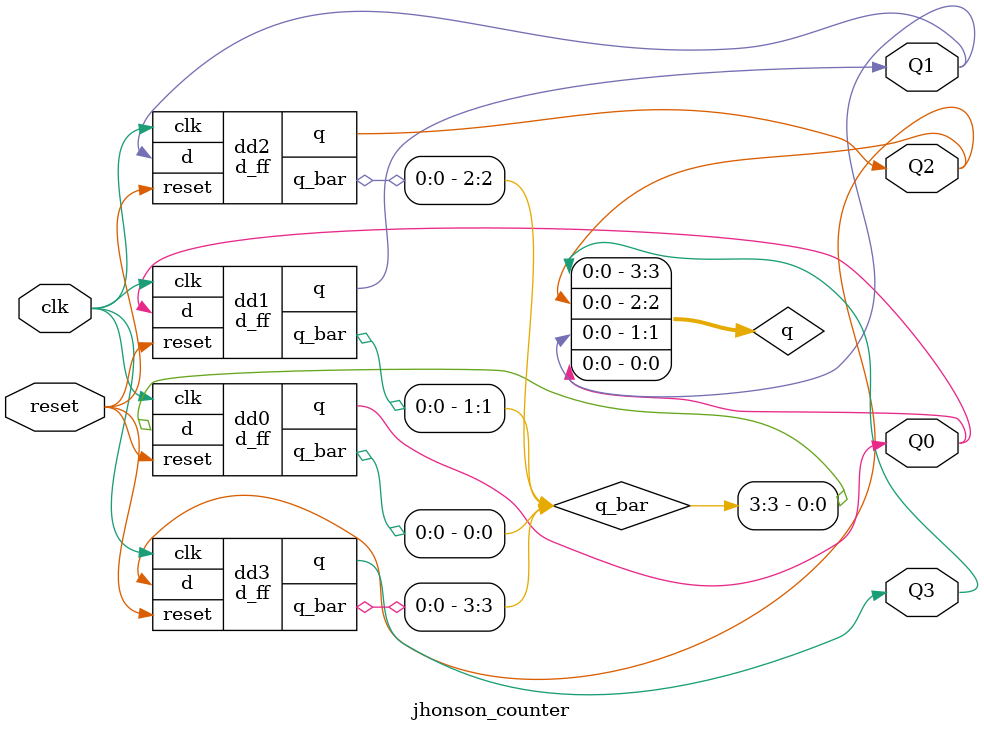
<source format=v>

module d_ff(input clk,reset,d,
            output reg q,
            output q_bar);
  
  assign q_bar = ~q;
  
  always@(posedge clk or posedge reset)
    
    if(reset)
      
      q <= 0;
  else begin
    
    q<=d;
    
  end
endmodule

module  jhonson_counter(input clk,reset,
                        output Q0,
                        output Q1,
                        output Q2,
                        output Q3);
  
  wire [3:0]q;
  wire [3:0]q_bar;
  
  
  
  d_ff dd0(.clk(clk),.reset(reset),.d(q_bar[3]),.q(q[0]),.q_bar(q_bar[0]));
  d_ff dd1(.clk(clk),.reset(reset),.d(q[0]),.q(q[1]),.q_bar(q_bar[1]));
  d_ff dd2(.clk(clk),.reset(reset),.d(q[1]),.q(q[2]),.q_bar(q_bar[2]));
  
  d_ff dd3(.clk(clk),.reset(reset),.d(q[2]),.q(q[3]),.q_bar(q_bar[3]));
  
  
  assign Q0 = q[0];
  assign Q1 = q[1];
  assign Q2 = q[2];
  assign Q3 = q[3];// dont use the assign inside the always block
  
endmodule


</source>
